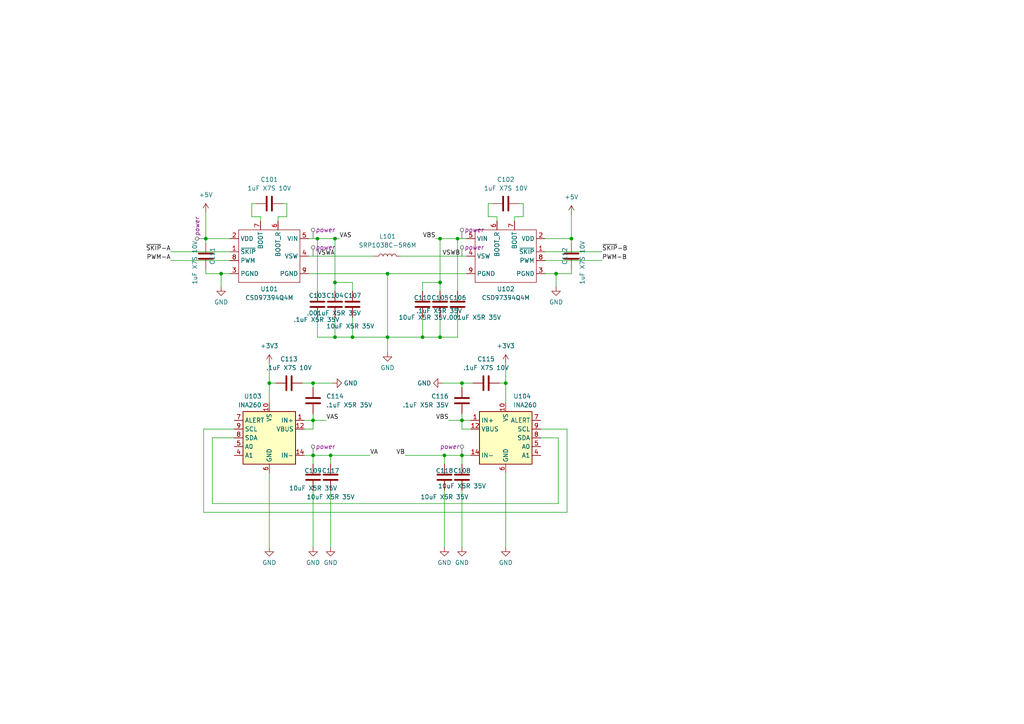
<source format=kicad_sch>
(kicad_sch (version 20230121) (generator eeschema)
  (paper "A4")
  (lib_symbols
    (symbol "Device:C" (pin_numbers hide) (pin_names (offset 0.254))
      (property "Reference" "C" (at 0.635 2.54 0))
      (property "Value" "C" (at 0.635 -2.54 0))
      (symbol "C_0_1"
        (polyline (pts (xy -2.032 -0.762) (xy 2.032 -0.762)) (stroke (width 0.508)))
        (polyline (pts (xy -2.032 0.762) (xy 2.032 0.762)) (stroke (width 0.508)))
      )
      (symbol "C_1_1"
        (pin passive line (at 0 3.81 270) (length 2.794) (name "~") (number "1"))
        (pin passive line (at 0 -3.81 90) (length 2.794) (name "~") (number "2"))
      )
    )
    (symbol "Device:L" (pin_numbers hide) (pin_names (offset 1.016) hide)
      (property "Reference" "L" (at -1.27 0 90))
      (property "Value" "L" (at 1.905 0 90))
      (symbol "L_0_1"
        (arc (start 0 -2.54) (mid 0.6323 -1.905) (end 0 -1.27))
        (arc (start 0 -1.27) (mid 0.6323 -0.635) (end 0 0))
        (arc (start 0 0) (mid 0.6323 0.635) (end 0 1.27))
        (arc (start 0 1.27) (mid 0.6323 1.905) (end 0 2.54))
      )
      (symbol "L_1_1"
        (pin passive line (at 0 3.81 270) (length 1.27) (name "1") (number "1"))
        (pin passive line (at 0 -3.81 90) (length 1.27) (name "2") (number "2"))
      )
    )
    (symbol "Sensor:INA260"
      (property "Reference" "U" (at -6.35 8.89 0))
      (property "Value" "INA260" (at 2.54 8.89 0))
      (symbol "INA260_0_1"
        (rectangle (start -7.62 7.62) (end 7.62 -7.62) (stroke (width 0.254)) (fill (type background)))
      )
      (symbol "INA260_1_1"
        (pin passive line (at -10.16 5.08 0) (length 2.54) (name "IN+") (number "1"))
        (pin power_in line (at 0 10.16 270) (length 2.54) (name "VS") (number "10"))
        (pin passive line (at 0 -10.16 90) (length 2.54) hide (name "GND") (number "11"))
        (pin passive line (at -10.16 2.54 0) (length 2.54) (name "VBUS") (number "12"))
        (pin no_connect line (at 2.54 -7.62 90) (length 2.54) hide (name "NC") (number "13"))
        (pin passive line (at -10.16 -5.08 0) (length 2.54) (name "IN-") (number "14"))
        (pin passive line (at -10.16 -5.08 0) (length 2.54) hide (name "IN-") (number "15"))
        (pin passive line (at -10.16 -5.08 0) (length 2.54) hide (name "IN-") (number "16"))
        (pin passive line (at -10.16 5.08 0) (length 2.54) hide (name "IN+") (number "2"))
        (pin passive line (at -10.16 5.08 0) (length 2.54) hide (name "IN+") (number "3"))
        (pin input line (at 10.16 -5.08 180) (length 2.54) (name "A1") (number "4"))
        (pin input line (at 10.16 -2.54 180) (length 2.54) (name "A0") (number "5"))
        (pin power_in line (at 0 -10.16 90) (length 2.54) (name "GND") (number "6"))
        (pin open_collector line (at 10.16 5.08 180) (length 2.54) (name "ALERT") (number "7"))
        (pin bidirectional line (at 10.16 0 180) (length 2.54) (name "SDA") (number "8"))
        (pin input line (at 10.16 2.54 180) (length 2.54) (name "SCL") (number "9"))
      )
    )
    (symbol "power:+3V3" (power) (pin_names (offset 0))
      (property "Value" "+3V3" (at 0 3.556 0))
      (symbol "+3V3_0_1"
        (polyline (pts (xy -0.762 1.27) (xy 0 2.54)))
        (polyline (pts (xy 0 0) (xy 0 2.54)))
        (polyline (pts (xy 0 2.54) (xy 0.762 1.27)))
      )
      (symbol "+3V3_1_1"
        (pin power_in line (at 0 0 90) (length 0) hide (name "+3V3") (number "1"))
      )
    )
    (symbol "power:+5V" (power) (pin_names (offset 0))
      (property "Value" "+5V" (at 0 3.556 0))
      (symbol "+5V_0_1"
        (polyline (pts (xy -0.762 1.27) (xy 0 2.54)))
        (polyline (pts (xy 0 0) (xy 0 2.54)))
        (polyline (pts (xy 0 2.54) (xy 0.762 1.27)))
      )
      (symbol "+5V_1_1"
        (pin power_in line (at 0 0 90) (length 0) hide (name "+5V") (number "1"))
      )
    )
    (symbol "power:GND" (power) (pin_names (offset 0))
      (property "Value" "GND" (at 0 -3.81 0))
      (symbol "GND_0_1"
        (polyline (pts (xy 0 0) (xy 0 -1.27) (xy 1.27 -1.27) (xy 0 -2.54) (xy -1.27 -1.27) (xy 0 -1.27)))
      )
      (symbol "GND_1_1"
        (pin power_in line (at 0 0 270) (length 0) hide (name "GND") (number "1"))
      )
    )
    (symbol "usb-c:CSD97394Q4M"
      (property "Reference" "U" (at -7.62 8.89 0))
      (property "Value" "CSD97394Q4M" (at 0 -8.89 0))
      (symbol "CSD97394Q4M_0_1"
        (rectangle (start -8.89 7.62) (end 8.89 -7.62))
      )
      (symbol "CSD97394Q4M_1_1"
        (pin input line (at -11.43 1.27 0) (length 2.54) (name "~{SKIP}") (number "1"))
        (pin power_in line (at -11.43 5.08 0) (length 2.54) (name "VDD") (number "2"))
        (pin power_in line (at -11.43 -5.08 0) (length 2.54) (name "PGND") (number "3"))
        (pin power_out line (at 11.43 0 180) (length 2.54) (name "VSW") (number "4"))
        (pin power_in line (at 11.43 5.08 180) (length 2.54) (name "VIN") (number "5"))
        (pin passive line (at 2.54 10.16 270) (length 2.54) (name "BOOT_R") (number "6"))
        (pin passive line (at -2.54 10.16 270) (length 2.54) (name "BOOT") (number "7"))
        (pin input line (at -11.43 -1.27 0) (length 2.54) (name "PWM") (number "8"))
        (pin power_in line (at 11.43 -5.08 180) (length 2.54) (name "PGND") (number "9"))
      )
    )
  )
  (junction (at 112.395 97.79))
  (junction (at 165.735 69.215))
  (junction (at 127.635 81.915))
  (junction (at 90.805 121.92))
  (junction (at 133.985 121.92))
  (junction (at 64.135 79.375))
  (junction (at 97.155 81.915))
  (junction (at 132.715 69.215))
  (junction (at 78.105 111.125))
  (junction (at 92.075 69.215))
  (junction (at 127.635 97.79))
  (junction (at 127.635 69.215))
  (junction (at 146.685 111.125))
  (junction (at 112.395 79.375))
  (junction (at 90.805 111.125))
  (junction (at 102.235 97.79))
  (junction (at 95.885 132.08))
  (junction (at 97.155 97.79))
  (junction (at 97.155 69.215))
  (junction (at 122.555 97.79))
  (junction (at 133.985 111.125))
  (junction (at 59.69 69.215))
  (junction (at 90.805 132.08))
  (junction (at 133.985 132.08))
  (junction (at 161.29 79.375))
  (junction (at 128.905 132.08))
  (wire (pts (xy 88.265 124.46) (xy 90.805 124.46)))
  (wire (pts (xy 90.805 132.08) (xy 95.885 132.08)))
  (wire (pts (xy 133.985 111.125) (xy 128.27 111.125)))
  (wire (pts (xy 112.395 97.79) (xy 122.555 97.79)))
  (wire (pts (xy 97.155 97.79) (xy 102.235 97.79)))
  (wire (pts (xy 158.115 79.375) (xy 161.29 79.375)))
  (wire (pts (xy 127.635 81.915) (xy 127.635 84.455)))
  (wire (pts (xy 97.155 69.215) (xy 98.425 69.215)))
  (wire (pts (xy 92.075 92.075) (xy 92.075 97.79)))
  (wire (pts (xy 49.53 73.025) (xy 66.675 73.025)))
  (wire (pts (xy 88.265 121.92) (xy 90.805 121.92)))
  (wire (pts (xy 66.675 79.375) (xy 64.135 79.375)))
  (wire (pts (xy 151.765 62.865) (xy 149.225 62.865)))
  (wire (pts (xy 112.395 79.375) (xy 112.395 97.79)))
  (wire (pts (xy 127.635 97.79) (xy 122.555 97.79)))
  (wire (pts (xy 146.685 111.125) (xy 146.685 116.84)))
  (wire (pts (xy 75.565 62.865) (xy 75.565 64.135)))
  (wire (pts (xy 102.235 92.075) (xy 102.235 97.79)))
  (wire (pts (xy 92.075 69.215) (xy 92.075 84.455)))
  (wire (pts (xy 116.205 74.295) (xy 135.255 74.295)))
  (wire (pts (xy 73.025 62.865) (xy 75.565 62.865)))
  (wire (pts (xy 133.985 111.125) (xy 133.985 112.395)))
  (wire (pts (xy 80.645 62.865) (xy 80.645 64.135)))
  (wire (pts (xy 127.635 69.215) (xy 127.635 81.915)))
  (wire (pts (xy 78.105 105.41) (xy 78.105 111.125)))
  (wire (pts (xy 59.055 148.59) (xy 59.055 124.46)))
  (wire (pts (xy 127.635 92.075) (xy 127.635 97.79)))
  (wire (pts (xy 122.555 92.075) (xy 122.555 97.79)))
  (wire (pts (xy 89.535 69.215) (xy 92.075 69.215)))
  (wire (pts (xy 132.715 69.215) (xy 132.715 84.455)))
  (wire (pts (xy 83.185 59.055) (xy 83.185 62.865)))
  (wire (pts (xy 97.155 81.915) (xy 97.155 84.455)))
  (wire (pts (xy 90.805 111.125) (xy 90.805 112.395)))
  (wire (pts (xy 151.765 59.055) (xy 151.765 62.865)))
  (wire (pts (xy 90.805 142.24) (xy 90.805 158.75)))
  (wire (pts (xy 112.395 79.375) (xy 135.255 79.375)))
  (wire (pts (xy 83.185 62.865) (xy 80.645 62.865)))
  (wire (pts (xy 133.985 132.08) (xy 128.905 132.08)))
  (wire (pts (xy 165.735 79.375) (xy 161.29 79.375)))
  (wire (pts (xy 61.595 127) (xy 61.595 146.05)))
  (wire (pts (xy 133.985 121.92) (xy 130.175 121.92)))
  (wire (pts (xy 81.915 59.055) (xy 83.185 59.055)))
  (wire (pts (xy 90.805 121.92) (xy 94.615 121.92)))
  (wire (pts (xy 144.145 62.865) (xy 144.145 64.135)))
  (wire (pts (xy 90.805 132.08) (xy 90.805 134.62)))
  (wire (pts (xy 97.155 92.075) (xy 97.155 97.79)))
  (wire (pts (xy 146.685 105.41) (xy 146.685 111.125)))
  (wire (pts (xy 59.055 124.46) (xy 67.945 124.46)))
  (wire (pts (xy 67.945 127) (xy 61.595 127)))
  (wire (pts (xy 78.105 111.125) (xy 78.105 116.84)))
  (wire (pts (xy 92.075 97.79) (xy 97.155 97.79)))
  (wire (pts (xy 165.735 62.23) (xy 165.735 69.215)))
  (wire (pts (xy 73.025 59.055) (xy 73.025 62.865)))
  (wire (pts (xy 164.465 124.46) (xy 164.465 148.59)))
  (wire (pts (xy 95.885 142.24) (xy 95.885 158.75)))
  (wire (pts (xy 97.155 69.215) (xy 97.155 81.915)))
  (wire (pts (xy 49.53 75.565) (xy 66.675 75.565)))
  (wire (pts (xy 156.845 127) (xy 161.925 127)))
  (wire (pts (xy 89.535 74.295) (xy 108.585 74.295)))
  (wire (pts (xy 133.985 132.08) (xy 133.985 134.62)))
  (wire (pts (xy 122.555 81.915) (xy 127.635 81.915)))
  (wire (pts (xy 141.605 59.055) (xy 141.605 62.865)))
  (wire (pts (xy 61.595 146.05) (xy 161.925 146.05)))
  (wire (pts (xy 161.925 146.05) (xy 161.925 127)))
  (wire (pts (xy 59.69 69.215) (xy 66.675 69.215)))
  (wire (pts (xy 137.16 111.125) (xy 133.985 111.125)))
  (wire (pts (xy 132.715 92.075) (xy 132.715 97.79)))
  (wire (pts (xy 149.225 62.865) (xy 149.225 64.135)))
  (wire (pts (xy 136.525 124.46) (xy 133.985 124.46)))
  (wire (pts (xy 136.525 121.92) (xy 133.985 121.92)))
  (wire (pts (xy 132.715 69.215) (xy 135.255 69.215)))
  (wire (pts (xy 59.69 79.375) (xy 64.135 79.375)))
  (wire (pts (xy 102.235 97.79) (xy 112.395 97.79)))
  (wire (pts (xy 59.69 78.105) (xy 59.69 79.375)))
  (wire (pts (xy 146.685 137.16) (xy 146.685 158.75)))
  (wire (pts (xy 133.985 120.015) (xy 133.985 121.92)))
  (wire (pts (xy 74.295 59.055) (xy 73.025 59.055)))
  (wire (pts (xy 102.235 81.915) (xy 97.155 81.915)))
  (wire (pts (xy 59.69 61.595) (xy 59.69 69.215)))
  (wire (pts (xy 90.805 124.46) (xy 90.805 121.92)))
  (wire (pts (xy 133.985 142.24) (xy 133.985 158.75)))
  (wire (pts (xy 133.985 124.46) (xy 133.985 121.92)))
  (wire (pts (xy 78.105 137.16) (xy 78.105 158.75)))
  (wire (pts (xy 158.115 75.565) (xy 174.625 75.565)))
  (wire (pts (xy 128.905 132.08) (xy 128.905 134.62)))
  (wire (pts (xy 102.235 84.455) (xy 102.235 81.915)))
  (wire (pts (xy 128.905 132.08) (xy 117.475 132.08)))
  (wire (pts (xy 144.78 111.125) (xy 146.685 111.125)))
  (wire (pts (xy 165.735 70.485) (xy 165.735 69.215)))
  (wire (pts (xy 158.115 73.025) (xy 174.625 73.025)))
  (wire (pts (xy 136.525 132.08) (xy 133.985 132.08)))
  (wire (pts (xy 95.885 132.08) (xy 107.315 132.08)))
  (wire (pts (xy 88.265 132.08) (xy 90.805 132.08)))
  (wire (pts (xy 126.365 69.215) (xy 127.635 69.215)))
  (wire (pts (xy 122.555 81.915) (xy 122.555 84.455)))
  (wire (pts (xy 59.69 69.215) (xy 59.69 70.485)))
  (wire (pts (xy 90.805 111.125) (xy 96.52 111.125)))
  (wire (pts (xy 165.735 78.105) (xy 165.735 79.375)))
  (wire (pts (xy 89.535 79.375) (xy 112.395 79.375)))
  (wire (pts (xy 158.115 69.215) (xy 165.735 69.215)))
  (wire (pts (xy 87.63 111.125) (xy 90.805 111.125)))
  (wire (pts (xy 150.495 59.055) (xy 151.765 59.055)))
  (wire (pts (xy 127.635 69.215) (xy 132.715 69.215)))
  (wire (pts (xy 164.465 148.59) (xy 59.055 148.59)))
  (wire (pts (xy 64.135 79.375) (xy 64.135 83.185)))
  (wire (pts (xy 141.605 62.865) (xy 144.145 62.865)))
  (wire (pts (xy 112.395 97.79) (xy 112.395 102.235)))
  (wire (pts (xy 128.905 142.24) (xy 128.905 158.75)))
  (wire (pts (xy 95.885 132.08) (xy 95.885 134.62)))
  (wire (pts (xy 80.01 111.125) (xy 78.105 111.125)))
  (wire (pts (xy 142.875 59.055) (xy 141.605 59.055)))
  (wire (pts (xy 161.29 79.375) (xy 161.29 83.185)))
  (wire (pts (xy 90.805 120.015) (xy 90.805 121.92)))
  (wire (pts (xy 156.845 124.46) (xy 164.465 124.46)))
  (wire (pts (xy 132.715 97.79) (xy 127.635 97.79)))
  (wire (pts (xy 92.075 69.215) (xy 97.155 69.215)))
  (label "VAS" (at 94.615 121.92 0))
  (label "PWM-A" (at 49.53 75.565 180))
  (label "VBS" (at 130.175 121.92 180))
  (label "VAS" (at 98.425 69.215 0))
  (label "VSWB" (at 128.27 74.295 0))
  (label "VSWA" (at 92.075 74.295 0))
  (label "VB" (at 117.475 132.08 180))
  (label "VA" (at 107.315 132.08 0))
  (label "~{SKIP}-A" (at 49.53 73.025 180))
  (label "PWM-B" (at 174.625 75.565 0))
  (label "VBS" (at 126.365 69.215 180))
  (label "~{SKIP}-B" (at 174.625 73.025 0))
  (netclass_flag "" (length 2.54) (shape round) (at 59.69 69.215 90) (property "Netclass" "power" (at 57.15 68.5165 90) (effects (font italic) (justify left))))
  (netclass_flag "" (length 2.54) (shape round) (at 133.985 132.08 0) (property "Netclass" "power" (at 133.2865 129.54 0) (effects (font italic) (justify right))))
  (netclass_flag "" (length 2.54) (shape round) (at 90.805 132.08 0) (property "Netclass" "power" (at 91.5035 129.54 0) (effects (font italic) (justify left))))
  (netclass_flag "" (length 2.54) (shape round) (at 90.805 74.295 0) (property "Netclass" "power" (at 91.5035 71.755 0) (effects (font italic) (justify left))))
  (netclass_flag "" (length 2.54) (shape round) (at 133.985 69.215 0) (property "Netclass" "power" (at 134.6835 66.675 0) (effects (font italic) (justify left))))
  (netclass_flag "" (length 2.54) (shape round) (at 133.985 74.295 0) (property "Netclass" "power" (at 134.6835 71.755 0) (effects (font italic) (justify left))))
  (netclass_flag "" (length 2.54) (shape round) (at 90.805 69.215 0) (property "Netclass" "power" (at 91.5035 66.675 0) (effects (font italic) (justify left))))
  (symbol (lib_id "Device:C") (at 122.555 88.265 180) (unit 1)
    (property "Reference" "C110" (at 120.015 86.36 0) (effects (justify right)))
    (property "Value" "10uF X5R 35V" (at 115.57 92.075 0) (effects (justify right)))
    (property "Footprint" "Capacitor_SMD:C_0805_2012Metric" (effects hide))
  )
  (symbol (lib_id "Device:C") (at 132.715 88.265 180) (unit 1)
    (property "Reference" "C106" (at 130.175 86.36 0) (effects (justify right)))
    (property "Value" ".001uF X5R 35V" (at 129.54 92.075 0) (effects (justify right)))
    (property "Footprint" "Capacitor_SMD:C_0402_1005Metric" (effects hide))
  )
  (symbol (lib_id "power:GND") (at 78.105 158.75 0) (unit 1)
    (property "Reference" "#PWR0106" (effects hide))
    (property "Value" "GND" (at 78.105 163.195 0))
  )
  (symbol (lib_id "Device:C") (at 95.885 138.43 180) (unit 1)
    (property "Reference" "C117" (at 93.345 136.525 0) (effects (justify right)))
    (property "Value" "10uF X5R 35V" (at 88.9 144.145 0) (effects (justify right)))
    (property "Footprint" "Capacitor_SMD:C_0805_2012Metric" (effects hide))
  )
  (symbol (lib_id "power:GND") (at 90.805 158.75 0) (mirror y) (unit 1)
    (property "Reference" "#PWR0113" (effects hide))
    (property "Value" "GND" (at 90.805 163.195 0))
  )
  (symbol (lib_id "power:+5V") (at 59.69 61.595 0) (unit 1)
    (property "Reference" "#PWR0102" (effects hide))
    (property "Value" "+5V" (at 59.69 56.515 0))
  )
  (symbol (lib_id "power:+3V3") (at 78.105 105.41 0) (unit 1)
    (property "Reference" "#PWR0108" (effects hide))
    (property "Value" "+3V3" (at 78.105 100.33 0))
  )
  (symbol (lib_id "Sensor:INA260") (at 146.685 127 0) (unit 1)
    (property "Reference" "U104" (at 148.8791 114.935 0) (effects (justify left)))
    (property "Value" "INA260" (at 148.8791 117.475 0) (effects (justify left)))
    (property "Footprint" "Package_SO:TSSOP-16_4.4x5mm_P0.65mm" (effects hide))
    (property "Datasheet" "http://www.ti.com/lit/ds/symlink/ina260.pdf" (effects hide))
  )
  (symbol (lib_id "power:GND") (at 128.905 158.75 0) (mirror y) (unit 1)
    (property "Reference" "#PWR0114" (effects hide))
    (property "Value" "GND" (at 128.905 163.195 0))
  )
  (symbol (lib_id "power:GND") (at 128.27 111.125 270) (mirror x) (unit 1)
    (property "Reference" "#PWR0110" (effects hide))
    (property "Value" "GND" (at 125.095 111.125 90) (effects (justify right)))
  )
  (symbol (lib_id "power:GND") (at 64.135 83.185 0) (unit 1)
    (property "Reference" "#PWR0104" (effects hide))
    (property "Value" "GND" (at 64.135 87.63 0))
  )
  (symbol (lib_id "Device:C") (at 133.985 138.43 180) (unit 1)
    (property "Reference" "C108" (at 131.445 136.525 0) (effects (justify right)))
    (property "Value" "10uF X5R 35V" (at 127 140.97 0) (effects (justify right)))
    (property "Footprint" "Capacitor_SMD:C_0805_2012Metric" (effects hide))
  )
  (symbol (lib_id "Device:C") (at 133.985 116.205 0) (mirror y) (unit 1)
    (property "Reference" "C116" (at 130.175 114.935 0) (effects (justify left)))
    (property "Value" ".1uF X5R 35V" (at 130.175 117.475 0) (effects (justify left)))
    (property "Footprint" "Capacitor_SMD:C_0402_1005Metric" (effects hide))
  )
  (symbol (lib_id "power:GND") (at 96.52 111.125 90) (unit 1)
    (property "Reference" "#PWR0107" (effects hide))
    (property "Value" "GND" (at 99.695 111.125 90) (effects (justify right)))
  )
  (symbol (lib_id "Device:C") (at 146.685 59.055 90) (unit 1)
    (property "Reference" "C102" (at 146.685 52.07 90))
    (property "Value" "1uF X7S 10V" (at 146.685 54.61 90))
    (property "Footprint" "Capacitor_SMD:C_0402_1005Metric" (effects hide))
  )
  (symbol (lib_id "power:+5V") (at 165.735 62.23 0) (unit 1)
    (property "Reference" "#PWR0101" (effects hide))
    (property "Value" "+5V" (at 165.735 57.15 0))
  )
  (symbol (lib_id "Device:C") (at 90.805 138.43 180) (unit 1)
    (property "Reference" "C109" (at 88.265 136.525 0) (effects (justify right)))
    (property "Value" "10uF X5R 35V" (at 83.82 141.605 0) (effects (justify right)))
    (property "Footprint" "Capacitor_SMD:C_0805_2012Metric" (effects hide))
  )
  (symbol (lib_id "Device:C") (at 165.735 74.295 0) (mirror x) (unit 1)
    (property "Reference" "C112" (at 163.83 76.835 90) (effects (justify right)))
    (property "Value" "1uF X7S 10V" (at 168.91 82.55 90) (effects (justify right)))
    (property "Footprint" "Capacitor_SMD:C_0402_1005Metric" (effects hide))
  )
  (symbol (lib_id "Sensor:INA260") (at 78.105 127 0) (mirror y) (unit 1)
    (property "Reference" "U103" (at 75.9109 114.935 0) (effects (justify left)))
    (property "Value" "INA260" (at 75.9109 117.475 0) (effects (justify left)))
    (property "Footprint" "Package_SO:TSSOP-16_4.4x5mm_P0.65mm" (effects hide))
    (property "Datasheet" "http://www.ti.com/lit/ds/symlink/ina260.pdf" (effects hide))
  )
  (symbol (lib_id "Device:C") (at 78.105 59.055 90) (unit 1)
    (property "Reference" "C101" (at 78.105 52.07 90))
    (property "Value" "1uF X7S 10V" (at 78.105 54.61 90))
    (property "Footprint" "Capacitor_SMD:C_0402_1005Metric" (effects hide))
  )
  (symbol (lib_id "Device:C") (at 90.805 116.205 0) (unit 1)
    (property "Reference" "C114" (at 94.615 114.935 0) (effects (justify left)))
    (property "Value" ".1uF X5R 35V" (at 94.615 117.475 0) (effects (justify left)))
    (property "Footprint" "Capacitor_SMD:C_0402_1005Metric" (effects hide))
  )
  (symbol (lib_id "Device:C") (at 127.635 88.265 180) (unit 1)
    (property "Reference" "C105" (at 125.095 86.36 0) (effects (justify right)))
    (property "Value" ".1uF X5R 35V" (at 120.65 90.17 0) (effects (justify right)))
    (property "Footprint" "Capacitor_SMD:C_0402_1005Metric" (effects hide))
  )
  (symbol (lib_id "usb-c:CSD97394Q4M") (at 146.685 74.295 0) (mirror y) (unit 1)
    (property "Reference" "U102" (at 146.685 83.82 0))
    (property "Value" "CSD97394Q4M" (at 146.685 86.36 0))
    (property "Footprint" "usb-c:8-PowerVFDFN-VSON-CLIP" (effects hide))
  )
  (symbol (lib_id "Device:C") (at 140.97 111.125 90) (mirror x) (unit 1)
    (property "Reference" "C115" (at 140.97 104.14 90))
    (property "Value" ".1uF X7S 10V" (at 140.97 106.68 90))
    (property "Footprint" "Capacitor_SMD:C_0402_1005Metric" (effects hide))
  )
  (symbol (lib_id "Device:C") (at 83.82 111.125 270) (unit 1)
    (property "Reference" "C113" (at 83.82 104.14 90))
    (property "Value" ".1uF X7S 10V" (at 83.82 106.68 90))
    (property "Footprint" "Capacitor_SMD:C_0402_1005Metric" (effects hide))
  )
  (symbol (lib_id "power:GND") (at 112.395 102.235 0) (unit 1)
    (property "Reference" "#PWR0103" (effects hide))
    (property "Value" "GND" (at 112.395 106.68 0))
  )
  (symbol (lib_id "power:GND") (at 161.29 83.185 0) (unit 1)
    (property "Reference" "#PWR0105" (effects hide))
    (property "Value" "GND" (at 161.29 87.63 0))
  )
  (symbol (lib_id "power:GND") (at 133.985 158.75 0) (mirror y) (unit 1)
    (property "Reference" "#PWR0112" (effects hide))
    (property "Value" "GND" (at 133.985 163.195 0))
  )
  (symbol (lib_id "Device:L") (at 112.395 74.295 90) (unit 1)
    (property "Reference" "L101" (at 112.395 68.58 90))
    (property "Value" "SRP1038C-5R6M" (at 112.395 71.12 90))
    (property "Footprint" "Inductor_SMD:L_Bourns_SRP1038C_10.0x10.0mm" (effects hide))
  )
  (symbol (lib_id "Device:C") (at 92.075 88.265 180) (unit 1)
    (property "Reference" "C103" (at 89.535 85.725 0) (effects (justify right)))
    (property "Value" ".1uF X5R 35V" (at 85.09 92.71 0) (effects (justify right)))
    (property "Footprint" "Capacitor_SMD:C_0402_1005Metric" (effects hide))
  )
  (symbol (lib_id "Device:C") (at 97.155 88.265 180) (unit 1)
    (property "Reference" "C104" (at 94.615 85.725 0) (effects (justify right)))
    (property "Value" ".001uF X5R 35V" (at 88.9 90.805 0) (effects (justify right)))
    (property "Footprint" "Capacitor_SMD:C_0402_1005Metric" (effects hide))
  )
  (symbol (lib_id "Device:C") (at 59.69 74.295 180) (unit 1)
    (property "Reference" "C111" (at 61.595 76.835 90) (effects (justify right)))
    (property "Value" "1uF X7S 10V" (at 56.515 82.55 90) (effects (justify right)))
    (property "Footprint" "Capacitor_SMD:C_0402_1005Metric" (effects hide))
  )
  (symbol (lib_id "power:GND") (at 146.685 158.75 0) (mirror y) (unit 1)
    (property "Reference" "#PWR0111" (effects hide))
    (property "Value" "GND" (at 146.685 163.195 0))
  )
  (symbol (lib_id "Device:C") (at 128.905 138.43 180) (unit 1)
    (property "Reference" "C118" (at 126.365 136.525 0) (effects (justify right)))
    (property "Value" "10uF X5R 35V" (at 121.92 144.145 0) (effects (justify right)))
    (property "Footprint" "Capacitor_SMD:C_0805_2012Metric" (effects hide))
  )
  (symbol (lib_id "power:GND") (at 95.885 158.75 0) (mirror y) (unit 1)
    (property "Reference" "#PWR0115" (effects hide))
    (property "Value" "GND" (at 95.885 163.195 0))
  )
  (symbol (lib_id "power:+3V3") (at 146.685 105.41 0) (mirror y) (unit 1)
    (property "Reference" "#PWR0109" (effects hide))
    (property "Value" "+3V3" (at 146.685 100.33 0))
  )
  (symbol (lib_id "usb-c:CSD97394Q4M") (at 78.105 74.295 0) (unit 1)
    (property "Reference" "U101" (at 78.105 83.82 0))
    (property "Value" "CSD97394Q4M" (at 78.105 86.36 0))
    (property "Footprint" "usb-c:8-PowerVFDFN-VSON-CLIP" (effects hide))
  )
  (symbol (lib_id "Device:C") (at 102.235 88.265 180) (unit 1)
    (property "Reference" "C107" (at 99.695 85.725 0) (effects (justify right)))
    (property "Value" "10uF X5R 35V" (at 94.615 94.615 0) (effects (justify right)))
    (property "Footprint" "Capacitor_SMD:C_0805_2012Metric" (effects hide))
  )
)
</source>
